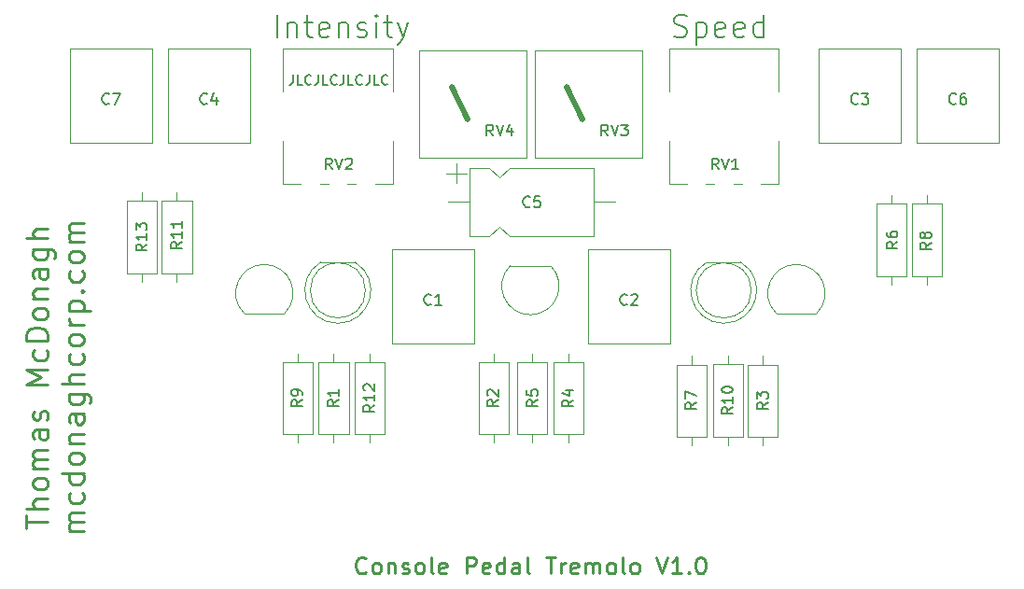
<source format=gbr>
G04 #@! TF.GenerationSoftware,KiCad,Pcbnew,(5.1.7)-1*
G04 #@! TF.CreationDate,2021-02-09T20:34:42-06:00*
G04 #@! TF.ProjectId,ConsolePedalTremolo,436f6e73-6f6c-4655-9065-64616c547265,rev?*
G04 #@! TF.SameCoordinates,Original*
G04 #@! TF.FileFunction,Legend,Top*
G04 #@! TF.FilePolarity,Positive*
%FSLAX46Y46*%
G04 Gerber Fmt 4.6, Leading zero omitted, Abs format (unit mm)*
G04 Created by KiCad (PCBNEW (5.1.7)-1) date 2021-02-09 20:34:42*
%MOMM*%
%LPD*%
G01*
G04 APERTURE LIST*
%ADD10C,0.500000*%
%ADD11C,0.150000*%
%ADD12C,0.250000*%
%ADD13C,0.120000*%
G04 APERTURE END LIST*
D10*
X136017000Y-77851000D02*
X137414000Y-80772000D01*
X125603000Y-77851000D02*
X127000000Y-80772000D01*
D11*
X111158857Y-76723142D02*
X111158857Y-77366000D01*
X111116000Y-77494571D01*
X111030285Y-77580285D01*
X110901714Y-77623142D01*
X110816000Y-77623142D01*
X112016000Y-77623142D02*
X111587428Y-77623142D01*
X111587428Y-76723142D01*
X112830285Y-77537428D02*
X112787428Y-77580285D01*
X112658857Y-77623142D01*
X112573142Y-77623142D01*
X112444571Y-77580285D01*
X112358857Y-77494571D01*
X112316000Y-77408857D01*
X112273142Y-77237428D01*
X112273142Y-77108857D01*
X112316000Y-76937428D01*
X112358857Y-76851714D01*
X112444571Y-76766000D01*
X112573142Y-76723142D01*
X112658857Y-76723142D01*
X112787428Y-76766000D01*
X112830285Y-76808857D01*
X113473142Y-76723142D02*
X113473142Y-77366000D01*
X113430285Y-77494571D01*
X113344571Y-77580285D01*
X113216000Y-77623142D01*
X113130285Y-77623142D01*
X114330285Y-77623142D02*
X113901714Y-77623142D01*
X113901714Y-76723142D01*
X115144571Y-77537428D02*
X115101714Y-77580285D01*
X114973142Y-77623142D01*
X114887428Y-77623142D01*
X114758857Y-77580285D01*
X114673142Y-77494571D01*
X114630285Y-77408857D01*
X114587428Y-77237428D01*
X114587428Y-77108857D01*
X114630285Y-76937428D01*
X114673142Y-76851714D01*
X114758857Y-76766000D01*
X114887428Y-76723142D01*
X114973142Y-76723142D01*
X115101714Y-76766000D01*
X115144571Y-76808857D01*
X115787428Y-76723142D02*
X115787428Y-77366000D01*
X115744571Y-77494571D01*
X115658857Y-77580285D01*
X115530285Y-77623142D01*
X115444571Y-77623142D01*
X116644571Y-77623142D02*
X116216000Y-77623142D01*
X116216000Y-76723142D01*
X117458857Y-77537428D02*
X117416000Y-77580285D01*
X117287428Y-77623142D01*
X117201714Y-77623142D01*
X117073142Y-77580285D01*
X116987428Y-77494571D01*
X116944571Y-77408857D01*
X116901714Y-77237428D01*
X116901714Y-77108857D01*
X116944571Y-76937428D01*
X116987428Y-76851714D01*
X117073142Y-76766000D01*
X117201714Y-76723142D01*
X117287428Y-76723142D01*
X117416000Y-76766000D01*
X117458857Y-76808857D01*
X118101714Y-76723142D02*
X118101714Y-77366000D01*
X118058857Y-77494571D01*
X117973142Y-77580285D01*
X117844571Y-77623142D01*
X117758857Y-77623142D01*
X118958857Y-77623142D02*
X118530285Y-77623142D01*
X118530285Y-76723142D01*
X119773142Y-77537428D02*
X119730285Y-77580285D01*
X119601714Y-77623142D01*
X119516000Y-77623142D01*
X119387428Y-77580285D01*
X119301714Y-77494571D01*
X119258857Y-77408857D01*
X119216000Y-77237428D01*
X119216000Y-77108857D01*
X119258857Y-76937428D01*
X119301714Y-76851714D01*
X119387428Y-76766000D01*
X119516000Y-76723142D01*
X119601714Y-76723142D01*
X119730285Y-76766000D01*
X119773142Y-76808857D01*
X145764761Y-73199523D02*
X146050476Y-73294761D01*
X146526666Y-73294761D01*
X146717142Y-73199523D01*
X146812380Y-73104285D01*
X146907619Y-72913809D01*
X146907619Y-72723333D01*
X146812380Y-72532857D01*
X146717142Y-72437619D01*
X146526666Y-72342380D01*
X146145714Y-72247142D01*
X145955238Y-72151904D01*
X145860000Y-72056666D01*
X145764761Y-71866190D01*
X145764761Y-71675714D01*
X145860000Y-71485238D01*
X145955238Y-71390000D01*
X146145714Y-71294761D01*
X146621904Y-71294761D01*
X146907619Y-71390000D01*
X147764761Y-71961428D02*
X147764761Y-73961428D01*
X147764761Y-72056666D02*
X147955238Y-71961428D01*
X148336190Y-71961428D01*
X148526666Y-72056666D01*
X148621904Y-72151904D01*
X148717142Y-72342380D01*
X148717142Y-72913809D01*
X148621904Y-73104285D01*
X148526666Y-73199523D01*
X148336190Y-73294761D01*
X147955238Y-73294761D01*
X147764761Y-73199523D01*
X150336190Y-73199523D02*
X150145714Y-73294761D01*
X149764761Y-73294761D01*
X149574285Y-73199523D01*
X149479047Y-73009047D01*
X149479047Y-72247142D01*
X149574285Y-72056666D01*
X149764761Y-71961428D01*
X150145714Y-71961428D01*
X150336190Y-72056666D01*
X150431428Y-72247142D01*
X150431428Y-72437619D01*
X149479047Y-72628095D01*
X152050476Y-73199523D02*
X151860000Y-73294761D01*
X151479047Y-73294761D01*
X151288571Y-73199523D01*
X151193333Y-73009047D01*
X151193333Y-72247142D01*
X151288571Y-72056666D01*
X151479047Y-71961428D01*
X151860000Y-71961428D01*
X152050476Y-72056666D01*
X152145714Y-72247142D01*
X152145714Y-72437619D01*
X151193333Y-72628095D01*
X153860000Y-73294761D02*
X153860000Y-71294761D01*
X153860000Y-73199523D02*
X153669523Y-73294761D01*
X153288571Y-73294761D01*
X153098095Y-73199523D01*
X153002857Y-73104285D01*
X152907619Y-72913809D01*
X152907619Y-72342380D01*
X153002857Y-72151904D01*
X153098095Y-72056666D01*
X153288571Y-71961428D01*
X153669523Y-71961428D01*
X153860000Y-72056666D01*
X109712857Y-73294761D02*
X109712857Y-71294761D01*
X110665238Y-71961428D02*
X110665238Y-73294761D01*
X110665238Y-72151904D02*
X110760476Y-72056666D01*
X110950952Y-71961428D01*
X111236666Y-71961428D01*
X111427142Y-72056666D01*
X111522380Y-72247142D01*
X111522380Y-73294761D01*
X112189047Y-71961428D02*
X112950952Y-71961428D01*
X112474761Y-71294761D02*
X112474761Y-73009047D01*
X112570000Y-73199523D01*
X112760476Y-73294761D01*
X112950952Y-73294761D01*
X114379523Y-73199523D02*
X114189047Y-73294761D01*
X113808095Y-73294761D01*
X113617619Y-73199523D01*
X113522380Y-73009047D01*
X113522380Y-72247142D01*
X113617619Y-72056666D01*
X113808095Y-71961428D01*
X114189047Y-71961428D01*
X114379523Y-72056666D01*
X114474761Y-72247142D01*
X114474761Y-72437619D01*
X113522380Y-72628095D01*
X115331904Y-71961428D02*
X115331904Y-73294761D01*
X115331904Y-72151904D02*
X115427142Y-72056666D01*
X115617619Y-71961428D01*
X115903333Y-71961428D01*
X116093809Y-72056666D01*
X116189047Y-72247142D01*
X116189047Y-73294761D01*
X117046190Y-73199523D02*
X117236666Y-73294761D01*
X117617619Y-73294761D01*
X117808095Y-73199523D01*
X117903333Y-73009047D01*
X117903333Y-72913809D01*
X117808095Y-72723333D01*
X117617619Y-72628095D01*
X117331904Y-72628095D01*
X117141428Y-72532857D01*
X117046190Y-72342380D01*
X117046190Y-72247142D01*
X117141428Y-72056666D01*
X117331904Y-71961428D01*
X117617619Y-71961428D01*
X117808095Y-72056666D01*
X118760476Y-73294761D02*
X118760476Y-71961428D01*
X118760476Y-71294761D02*
X118665238Y-71390000D01*
X118760476Y-71485238D01*
X118855714Y-71390000D01*
X118760476Y-71294761D01*
X118760476Y-71485238D01*
X119427142Y-71961428D02*
X120189047Y-71961428D01*
X119712857Y-71294761D02*
X119712857Y-73009047D01*
X119808095Y-73199523D01*
X119998571Y-73294761D01*
X120189047Y-73294761D01*
X120665238Y-71961428D02*
X121141428Y-73294761D01*
X121617619Y-71961428D02*
X121141428Y-73294761D01*
X120950952Y-73770952D01*
X120855714Y-73866190D01*
X120665238Y-73961428D01*
D12*
X117786428Y-121820714D02*
X117715000Y-121892142D01*
X117500714Y-121963571D01*
X117357857Y-121963571D01*
X117143571Y-121892142D01*
X117000714Y-121749285D01*
X116929285Y-121606428D01*
X116857857Y-121320714D01*
X116857857Y-121106428D01*
X116929285Y-120820714D01*
X117000714Y-120677857D01*
X117143571Y-120535000D01*
X117357857Y-120463571D01*
X117500714Y-120463571D01*
X117715000Y-120535000D01*
X117786428Y-120606428D01*
X118643571Y-121963571D02*
X118500714Y-121892142D01*
X118429285Y-121820714D01*
X118357857Y-121677857D01*
X118357857Y-121249285D01*
X118429285Y-121106428D01*
X118500714Y-121035000D01*
X118643571Y-120963571D01*
X118857857Y-120963571D01*
X119000714Y-121035000D01*
X119072142Y-121106428D01*
X119143571Y-121249285D01*
X119143571Y-121677857D01*
X119072142Y-121820714D01*
X119000714Y-121892142D01*
X118857857Y-121963571D01*
X118643571Y-121963571D01*
X119786428Y-120963571D02*
X119786428Y-121963571D01*
X119786428Y-121106428D02*
X119857857Y-121035000D01*
X120000714Y-120963571D01*
X120215000Y-120963571D01*
X120357857Y-121035000D01*
X120429285Y-121177857D01*
X120429285Y-121963571D01*
X121072142Y-121892142D02*
X121215000Y-121963571D01*
X121500714Y-121963571D01*
X121643571Y-121892142D01*
X121715000Y-121749285D01*
X121715000Y-121677857D01*
X121643571Y-121535000D01*
X121500714Y-121463571D01*
X121286428Y-121463571D01*
X121143571Y-121392142D01*
X121072142Y-121249285D01*
X121072142Y-121177857D01*
X121143571Y-121035000D01*
X121286428Y-120963571D01*
X121500714Y-120963571D01*
X121643571Y-121035000D01*
X122572142Y-121963571D02*
X122429285Y-121892142D01*
X122357857Y-121820714D01*
X122286428Y-121677857D01*
X122286428Y-121249285D01*
X122357857Y-121106428D01*
X122429285Y-121035000D01*
X122572142Y-120963571D01*
X122786428Y-120963571D01*
X122929285Y-121035000D01*
X123000714Y-121106428D01*
X123072142Y-121249285D01*
X123072142Y-121677857D01*
X123000714Y-121820714D01*
X122929285Y-121892142D01*
X122786428Y-121963571D01*
X122572142Y-121963571D01*
X123929285Y-121963571D02*
X123786428Y-121892142D01*
X123715000Y-121749285D01*
X123715000Y-120463571D01*
X125072142Y-121892142D02*
X124929285Y-121963571D01*
X124643571Y-121963571D01*
X124500714Y-121892142D01*
X124429285Y-121749285D01*
X124429285Y-121177857D01*
X124500714Y-121035000D01*
X124643571Y-120963571D01*
X124929285Y-120963571D01*
X125072142Y-121035000D01*
X125143571Y-121177857D01*
X125143571Y-121320714D01*
X124429285Y-121463571D01*
X126929285Y-121963571D02*
X126929285Y-120463571D01*
X127500714Y-120463571D01*
X127643571Y-120535000D01*
X127715000Y-120606428D01*
X127786428Y-120749285D01*
X127786428Y-120963571D01*
X127715000Y-121106428D01*
X127643571Y-121177857D01*
X127500714Y-121249285D01*
X126929285Y-121249285D01*
X129000714Y-121892142D02*
X128857857Y-121963571D01*
X128572142Y-121963571D01*
X128429285Y-121892142D01*
X128357857Y-121749285D01*
X128357857Y-121177857D01*
X128429285Y-121035000D01*
X128572142Y-120963571D01*
X128857857Y-120963571D01*
X129000714Y-121035000D01*
X129072142Y-121177857D01*
X129072142Y-121320714D01*
X128357857Y-121463571D01*
X130357857Y-121963571D02*
X130357857Y-120463571D01*
X130357857Y-121892142D02*
X130215000Y-121963571D01*
X129929285Y-121963571D01*
X129786428Y-121892142D01*
X129715000Y-121820714D01*
X129643571Y-121677857D01*
X129643571Y-121249285D01*
X129715000Y-121106428D01*
X129786428Y-121035000D01*
X129929285Y-120963571D01*
X130215000Y-120963571D01*
X130357857Y-121035000D01*
X131715000Y-121963571D02*
X131715000Y-121177857D01*
X131643571Y-121035000D01*
X131500714Y-120963571D01*
X131215000Y-120963571D01*
X131072142Y-121035000D01*
X131715000Y-121892142D02*
X131572142Y-121963571D01*
X131215000Y-121963571D01*
X131072142Y-121892142D01*
X131000714Y-121749285D01*
X131000714Y-121606428D01*
X131072142Y-121463571D01*
X131215000Y-121392142D01*
X131572142Y-121392142D01*
X131715000Y-121320714D01*
X132643571Y-121963571D02*
X132500714Y-121892142D01*
X132429285Y-121749285D01*
X132429285Y-120463571D01*
X134143571Y-120463571D02*
X135000714Y-120463571D01*
X134572142Y-121963571D02*
X134572142Y-120463571D01*
X135500714Y-121963571D02*
X135500714Y-120963571D01*
X135500714Y-121249285D02*
X135572142Y-121106428D01*
X135643571Y-121035000D01*
X135786428Y-120963571D01*
X135929285Y-120963571D01*
X137000714Y-121892142D02*
X136857857Y-121963571D01*
X136572142Y-121963571D01*
X136429285Y-121892142D01*
X136357857Y-121749285D01*
X136357857Y-121177857D01*
X136429285Y-121035000D01*
X136572142Y-120963571D01*
X136857857Y-120963571D01*
X137000714Y-121035000D01*
X137072142Y-121177857D01*
X137072142Y-121320714D01*
X136357857Y-121463571D01*
X137715000Y-121963571D02*
X137715000Y-120963571D01*
X137715000Y-121106428D02*
X137786428Y-121035000D01*
X137929285Y-120963571D01*
X138143571Y-120963571D01*
X138286428Y-121035000D01*
X138357857Y-121177857D01*
X138357857Y-121963571D01*
X138357857Y-121177857D02*
X138429285Y-121035000D01*
X138572142Y-120963571D01*
X138786428Y-120963571D01*
X138929285Y-121035000D01*
X139000714Y-121177857D01*
X139000714Y-121963571D01*
X139929285Y-121963571D02*
X139786428Y-121892142D01*
X139715000Y-121820714D01*
X139643571Y-121677857D01*
X139643571Y-121249285D01*
X139715000Y-121106428D01*
X139786428Y-121035000D01*
X139929285Y-120963571D01*
X140143571Y-120963571D01*
X140286428Y-121035000D01*
X140357857Y-121106428D01*
X140429285Y-121249285D01*
X140429285Y-121677857D01*
X140357857Y-121820714D01*
X140286428Y-121892142D01*
X140143571Y-121963571D01*
X139929285Y-121963571D01*
X141286428Y-121963571D02*
X141143571Y-121892142D01*
X141072142Y-121749285D01*
X141072142Y-120463571D01*
X142072142Y-121963571D02*
X141929285Y-121892142D01*
X141857857Y-121820714D01*
X141786428Y-121677857D01*
X141786428Y-121249285D01*
X141857857Y-121106428D01*
X141929285Y-121035000D01*
X142072142Y-120963571D01*
X142286428Y-120963571D01*
X142429285Y-121035000D01*
X142500714Y-121106428D01*
X142572142Y-121249285D01*
X142572142Y-121677857D01*
X142500714Y-121820714D01*
X142429285Y-121892142D01*
X142286428Y-121963571D01*
X142072142Y-121963571D01*
X144143571Y-120463571D02*
X144643571Y-121963571D01*
X145143571Y-120463571D01*
X146429285Y-121963571D02*
X145572142Y-121963571D01*
X146000714Y-121963571D02*
X146000714Y-120463571D01*
X145857857Y-120677857D01*
X145715000Y-120820714D01*
X145572142Y-120892142D01*
X147072142Y-121820714D02*
X147143571Y-121892142D01*
X147072142Y-121963571D01*
X147000714Y-121892142D01*
X147072142Y-121820714D01*
X147072142Y-121963571D01*
X148072142Y-120463571D02*
X148215000Y-120463571D01*
X148357857Y-120535000D01*
X148429285Y-120606428D01*
X148500714Y-120749285D01*
X148572142Y-121035000D01*
X148572142Y-121392142D01*
X148500714Y-121677857D01*
X148429285Y-121820714D01*
X148357857Y-121892142D01*
X148215000Y-121963571D01*
X148072142Y-121963571D01*
X147929285Y-121892142D01*
X147857857Y-121820714D01*
X147786428Y-121677857D01*
X147715000Y-121392142D01*
X147715000Y-121035000D01*
X147786428Y-120749285D01*
X147857857Y-120606428D01*
X147929285Y-120535000D01*
X148072142Y-120463571D01*
X86941761Y-117854285D02*
X86941761Y-116711428D01*
X88941761Y-117282857D02*
X86941761Y-117282857D01*
X88941761Y-116044761D02*
X86941761Y-116044761D01*
X88941761Y-115187619D02*
X87894142Y-115187619D01*
X87703666Y-115282857D01*
X87608428Y-115473333D01*
X87608428Y-115759047D01*
X87703666Y-115949523D01*
X87798904Y-116044761D01*
X88941761Y-113949523D02*
X88846523Y-114140000D01*
X88751285Y-114235238D01*
X88560809Y-114330476D01*
X87989380Y-114330476D01*
X87798904Y-114235238D01*
X87703666Y-114140000D01*
X87608428Y-113949523D01*
X87608428Y-113663809D01*
X87703666Y-113473333D01*
X87798904Y-113378095D01*
X87989380Y-113282857D01*
X88560809Y-113282857D01*
X88751285Y-113378095D01*
X88846523Y-113473333D01*
X88941761Y-113663809D01*
X88941761Y-113949523D01*
X88941761Y-112425714D02*
X87608428Y-112425714D01*
X87798904Y-112425714D02*
X87703666Y-112330476D01*
X87608428Y-112140000D01*
X87608428Y-111854285D01*
X87703666Y-111663809D01*
X87894142Y-111568571D01*
X88941761Y-111568571D01*
X87894142Y-111568571D02*
X87703666Y-111473333D01*
X87608428Y-111282857D01*
X87608428Y-110997142D01*
X87703666Y-110806666D01*
X87894142Y-110711428D01*
X88941761Y-110711428D01*
X88941761Y-108901904D02*
X87894142Y-108901904D01*
X87703666Y-108997142D01*
X87608428Y-109187619D01*
X87608428Y-109568571D01*
X87703666Y-109759047D01*
X88846523Y-108901904D02*
X88941761Y-109092380D01*
X88941761Y-109568571D01*
X88846523Y-109759047D01*
X88656047Y-109854285D01*
X88465571Y-109854285D01*
X88275095Y-109759047D01*
X88179857Y-109568571D01*
X88179857Y-109092380D01*
X88084619Y-108901904D01*
X88846523Y-108044761D02*
X88941761Y-107854285D01*
X88941761Y-107473333D01*
X88846523Y-107282857D01*
X88656047Y-107187619D01*
X88560809Y-107187619D01*
X88370333Y-107282857D01*
X88275095Y-107473333D01*
X88275095Y-107759047D01*
X88179857Y-107949523D01*
X87989380Y-108044761D01*
X87894142Y-108044761D01*
X87703666Y-107949523D01*
X87608428Y-107759047D01*
X87608428Y-107473333D01*
X87703666Y-107282857D01*
X88941761Y-104806666D02*
X86941761Y-104806666D01*
X88370333Y-104140000D01*
X86941761Y-103473333D01*
X88941761Y-103473333D01*
X88846523Y-101663809D02*
X88941761Y-101854285D01*
X88941761Y-102235238D01*
X88846523Y-102425714D01*
X88751285Y-102520952D01*
X88560809Y-102616190D01*
X87989380Y-102616190D01*
X87798904Y-102520952D01*
X87703666Y-102425714D01*
X87608428Y-102235238D01*
X87608428Y-101854285D01*
X87703666Y-101663809D01*
X88941761Y-100806666D02*
X86941761Y-100806666D01*
X86941761Y-100330476D01*
X87037000Y-100044761D01*
X87227476Y-99854285D01*
X87417952Y-99759047D01*
X87798904Y-99663809D01*
X88084619Y-99663809D01*
X88465571Y-99759047D01*
X88656047Y-99854285D01*
X88846523Y-100044761D01*
X88941761Y-100330476D01*
X88941761Y-100806666D01*
X88941761Y-98520952D02*
X88846523Y-98711428D01*
X88751285Y-98806666D01*
X88560809Y-98901904D01*
X87989380Y-98901904D01*
X87798904Y-98806666D01*
X87703666Y-98711428D01*
X87608428Y-98520952D01*
X87608428Y-98235238D01*
X87703666Y-98044761D01*
X87798904Y-97949523D01*
X87989380Y-97854285D01*
X88560809Y-97854285D01*
X88751285Y-97949523D01*
X88846523Y-98044761D01*
X88941761Y-98235238D01*
X88941761Y-98520952D01*
X87608428Y-96997142D02*
X88941761Y-96997142D01*
X87798904Y-96997142D02*
X87703666Y-96901904D01*
X87608428Y-96711428D01*
X87608428Y-96425714D01*
X87703666Y-96235238D01*
X87894142Y-96140000D01*
X88941761Y-96140000D01*
X88941761Y-94330476D02*
X87894142Y-94330476D01*
X87703666Y-94425714D01*
X87608428Y-94616190D01*
X87608428Y-94997142D01*
X87703666Y-95187619D01*
X88846523Y-94330476D02*
X88941761Y-94520952D01*
X88941761Y-94997142D01*
X88846523Y-95187619D01*
X88656047Y-95282857D01*
X88465571Y-95282857D01*
X88275095Y-95187619D01*
X88179857Y-94997142D01*
X88179857Y-94520952D01*
X88084619Y-94330476D01*
X87608428Y-92520952D02*
X89227476Y-92520952D01*
X89417952Y-92616190D01*
X89513190Y-92711428D01*
X89608428Y-92901904D01*
X89608428Y-93187619D01*
X89513190Y-93378095D01*
X88846523Y-92520952D02*
X88941761Y-92711428D01*
X88941761Y-93092380D01*
X88846523Y-93282857D01*
X88751285Y-93378095D01*
X88560809Y-93473333D01*
X87989380Y-93473333D01*
X87798904Y-93378095D01*
X87703666Y-93282857D01*
X87608428Y-93092380D01*
X87608428Y-92711428D01*
X87703666Y-92520952D01*
X88941761Y-91568571D02*
X86941761Y-91568571D01*
X88941761Y-90711428D02*
X87894142Y-90711428D01*
X87703666Y-90806666D01*
X87608428Y-90997142D01*
X87608428Y-91282857D01*
X87703666Y-91473333D01*
X87798904Y-91568571D01*
X92191761Y-118140000D02*
X90858428Y-118140000D01*
X91048904Y-118140000D02*
X90953666Y-118044761D01*
X90858428Y-117854285D01*
X90858428Y-117568571D01*
X90953666Y-117378095D01*
X91144142Y-117282857D01*
X92191761Y-117282857D01*
X91144142Y-117282857D02*
X90953666Y-117187619D01*
X90858428Y-116997142D01*
X90858428Y-116711428D01*
X90953666Y-116520952D01*
X91144142Y-116425714D01*
X92191761Y-116425714D01*
X92096523Y-114616190D02*
X92191761Y-114806666D01*
X92191761Y-115187619D01*
X92096523Y-115378095D01*
X92001285Y-115473333D01*
X91810809Y-115568571D01*
X91239380Y-115568571D01*
X91048904Y-115473333D01*
X90953666Y-115378095D01*
X90858428Y-115187619D01*
X90858428Y-114806666D01*
X90953666Y-114616190D01*
X92191761Y-112901904D02*
X90191761Y-112901904D01*
X92096523Y-112901904D02*
X92191761Y-113092380D01*
X92191761Y-113473333D01*
X92096523Y-113663809D01*
X92001285Y-113759047D01*
X91810809Y-113854285D01*
X91239380Y-113854285D01*
X91048904Y-113759047D01*
X90953666Y-113663809D01*
X90858428Y-113473333D01*
X90858428Y-113092380D01*
X90953666Y-112901904D01*
X92191761Y-111663809D02*
X92096523Y-111854285D01*
X92001285Y-111949523D01*
X91810809Y-112044761D01*
X91239380Y-112044761D01*
X91048904Y-111949523D01*
X90953666Y-111854285D01*
X90858428Y-111663809D01*
X90858428Y-111378095D01*
X90953666Y-111187619D01*
X91048904Y-111092380D01*
X91239380Y-110997142D01*
X91810809Y-110997142D01*
X92001285Y-111092380D01*
X92096523Y-111187619D01*
X92191761Y-111378095D01*
X92191761Y-111663809D01*
X90858428Y-110140000D02*
X92191761Y-110140000D01*
X91048904Y-110140000D02*
X90953666Y-110044761D01*
X90858428Y-109854285D01*
X90858428Y-109568571D01*
X90953666Y-109378095D01*
X91144142Y-109282857D01*
X92191761Y-109282857D01*
X92191761Y-107473333D02*
X91144142Y-107473333D01*
X90953666Y-107568571D01*
X90858428Y-107759047D01*
X90858428Y-108140000D01*
X90953666Y-108330476D01*
X92096523Y-107473333D02*
X92191761Y-107663809D01*
X92191761Y-108140000D01*
X92096523Y-108330476D01*
X91906047Y-108425714D01*
X91715571Y-108425714D01*
X91525095Y-108330476D01*
X91429857Y-108140000D01*
X91429857Y-107663809D01*
X91334619Y-107473333D01*
X90858428Y-105663809D02*
X92477476Y-105663809D01*
X92667952Y-105759047D01*
X92763190Y-105854285D01*
X92858428Y-106044761D01*
X92858428Y-106330476D01*
X92763190Y-106520952D01*
X92096523Y-105663809D02*
X92191761Y-105854285D01*
X92191761Y-106235238D01*
X92096523Y-106425714D01*
X92001285Y-106520952D01*
X91810809Y-106616190D01*
X91239380Y-106616190D01*
X91048904Y-106520952D01*
X90953666Y-106425714D01*
X90858428Y-106235238D01*
X90858428Y-105854285D01*
X90953666Y-105663809D01*
X92191761Y-104711428D02*
X90191761Y-104711428D01*
X92191761Y-103854285D02*
X91144142Y-103854285D01*
X90953666Y-103949523D01*
X90858428Y-104140000D01*
X90858428Y-104425714D01*
X90953666Y-104616190D01*
X91048904Y-104711428D01*
X92096523Y-102044761D02*
X92191761Y-102235238D01*
X92191761Y-102616190D01*
X92096523Y-102806666D01*
X92001285Y-102901904D01*
X91810809Y-102997142D01*
X91239380Y-102997142D01*
X91048904Y-102901904D01*
X90953666Y-102806666D01*
X90858428Y-102616190D01*
X90858428Y-102235238D01*
X90953666Y-102044761D01*
X92191761Y-100901904D02*
X92096523Y-101092380D01*
X92001285Y-101187619D01*
X91810809Y-101282857D01*
X91239380Y-101282857D01*
X91048904Y-101187619D01*
X90953666Y-101092380D01*
X90858428Y-100901904D01*
X90858428Y-100616190D01*
X90953666Y-100425714D01*
X91048904Y-100330476D01*
X91239380Y-100235238D01*
X91810809Y-100235238D01*
X92001285Y-100330476D01*
X92096523Y-100425714D01*
X92191761Y-100616190D01*
X92191761Y-100901904D01*
X92191761Y-99378095D02*
X90858428Y-99378095D01*
X91239380Y-99378095D02*
X91048904Y-99282857D01*
X90953666Y-99187619D01*
X90858428Y-98997142D01*
X90858428Y-98806666D01*
X90858428Y-98140000D02*
X92858428Y-98140000D01*
X90953666Y-98140000D02*
X90858428Y-97949523D01*
X90858428Y-97568571D01*
X90953666Y-97378095D01*
X91048904Y-97282857D01*
X91239380Y-97187619D01*
X91810809Y-97187619D01*
X92001285Y-97282857D01*
X92096523Y-97378095D01*
X92191761Y-97568571D01*
X92191761Y-97949523D01*
X92096523Y-98140000D01*
X92001285Y-96330476D02*
X92096523Y-96235238D01*
X92191761Y-96330476D01*
X92096523Y-96425714D01*
X92001285Y-96330476D01*
X92191761Y-96330476D01*
X92096523Y-94520952D02*
X92191761Y-94711428D01*
X92191761Y-95092380D01*
X92096523Y-95282857D01*
X92001285Y-95378095D01*
X91810809Y-95473333D01*
X91239380Y-95473333D01*
X91048904Y-95378095D01*
X90953666Y-95282857D01*
X90858428Y-95092380D01*
X90858428Y-94711428D01*
X90953666Y-94520952D01*
X92191761Y-93378095D02*
X92096523Y-93568571D01*
X92001285Y-93663809D01*
X91810809Y-93759047D01*
X91239380Y-93759047D01*
X91048904Y-93663809D01*
X90953666Y-93568571D01*
X90858428Y-93378095D01*
X90858428Y-93092380D01*
X90953666Y-92901904D01*
X91048904Y-92806666D01*
X91239380Y-92711428D01*
X91810809Y-92711428D01*
X92001285Y-92806666D01*
X92096523Y-92901904D01*
X92191761Y-93092380D01*
X92191761Y-93378095D01*
X92191761Y-91854285D02*
X90858428Y-91854285D01*
X91048904Y-91854285D02*
X90953666Y-91759047D01*
X90858428Y-91568571D01*
X90858428Y-91282857D01*
X90953666Y-91092380D01*
X91144142Y-90997142D01*
X92191761Y-90997142D01*
X91144142Y-90997142D02*
X90953666Y-90901904D01*
X90858428Y-90711428D01*
X90858428Y-90425714D01*
X90953666Y-90235238D01*
X91144142Y-90140000D01*
X92191761Y-90140000D01*
D13*
G04 #@! TO.C,D1*
X117750000Y-96270000D02*
G75*
G03*
X117750000Y-96270000I-2500000J0D01*
G01*
X116795000Y-93710000D02*
X113705000Y-93710000D01*
X115249538Y-99260000D02*
G75*
G03*
X116794830Y-93710000I462J2990000D01*
G01*
X115250462Y-99260000D02*
G75*
G02*
X113705170Y-93710000I-462J2990000D01*
G01*
G04 #@! TO.C,D2*
X151795000Y-93710000D02*
X148705000Y-93710000D01*
X152750000Y-96270000D02*
G75*
G03*
X152750000Y-96270000I-2500000J0D01*
G01*
X150250462Y-99260000D02*
G75*
G02*
X148705170Y-93710000I-462J2990000D01*
G01*
X150249538Y-99260000D02*
G75*
G03*
X151794830Y-93710000I462J2990000D01*
G01*
G04 #@! TO.C,R3*
X152427000Y-109543600D02*
X155167000Y-109543600D01*
X155167000Y-109543600D02*
X155167000Y-103003600D01*
X155167000Y-103003600D02*
X152427000Y-103003600D01*
X152427000Y-103003600D02*
X152427000Y-109543600D01*
X153797000Y-110313600D02*
X153797000Y-109543600D01*
X153797000Y-102233600D02*
X153797000Y-103003600D01*
G04 #@! TO.C,C5*
X125105000Y-85665000D02*
X126905000Y-85665000D01*
X126005000Y-84765000D02*
X126005000Y-86565000D01*
X127205000Y-85145000D02*
X127205000Y-91385000D01*
X138445000Y-85145000D02*
X138445000Y-91385000D01*
X127205000Y-85145000D02*
X129005000Y-85145000D01*
X129005000Y-85145000D02*
X129905000Y-86045000D01*
X129905000Y-86045000D02*
X130805000Y-85145000D01*
X130805000Y-85145000D02*
X138445000Y-85145000D01*
X127205000Y-91385000D02*
X129005000Y-91385000D01*
X129005000Y-91385000D02*
X129905000Y-90485000D01*
X129905000Y-90485000D02*
X130805000Y-91385000D01*
X130805000Y-91385000D02*
X138445000Y-91385000D01*
X125265000Y-88265000D02*
X127205000Y-88265000D01*
X140385000Y-88265000D02*
X138445000Y-88265000D01*
G04 #@! TO.C,Q1*
X155045000Y-98370000D02*
X158645000Y-98370000D01*
X155006522Y-98358478D02*
G75*
G02*
X156845000Y-93920000I1838478J1838478D01*
G01*
X158683478Y-98358478D02*
G75*
G03*
X156845000Y-93920000I-1838478J1838478D01*
G01*
G04 #@! TO.C,Q2*
X134515000Y-94035000D02*
X130915000Y-94035000D01*
X134553478Y-94046522D02*
G75*
G02*
X132715000Y-98485000I-1838478J-1838478D01*
G01*
X130876522Y-94046522D02*
G75*
G03*
X132715000Y-98485000I1838478J-1838478D01*
G01*
G04 #@! TO.C,Q3*
X106785000Y-98370000D02*
X110385000Y-98370000D01*
X110423478Y-98358478D02*
G75*
G03*
X108585000Y-93920000I-1838478J1838478D01*
G01*
X106746522Y-98358478D02*
G75*
G02*
X108585000Y-93920000I1838478J1838478D01*
G01*
G04 #@! TO.C,R1*
X114871500Y-102005000D02*
X114871500Y-102775000D01*
X114871500Y-110085000D02*
X114871500Y-109315000D01*
X113501500Y-102775000D02*
X113501500Y-109315000D01*
X116241500Y-102775000D02*
X113501500Y-102775000D01*
X116241500Y-109315000D02*
X116241500Y-102775000D01*
X113501500Y-109315000D02*
X116241500Y-109315000D01*
G04 #@! TO.C,R2*
X129413000Y-102005000D02*
X129413000Y-102775000D01*
X129413000Y-110085000D02*
X129413000Y-109315000D01*
X128043000Y-102775000D02*
X128043000Y-109315000D01*
X130783000Y-102775000D02*
X128043000Y-102775000D01*
X130783000Y-109315000D02*
X130783000Y-102775000D01*
X128043000Y-109315000D02*
X130783000Y-109315000D01*
G04 #@! TO.C,R4*
X134774000Y-109315000D02*
X137514000Y-109315000D01*
X137514000Y-109315000D02*
X137514000Y-102775000D01*
X137514000Y-102775000D02*
X134774000Y-102775000D01*
X134774000Y-102775000D02*
X134774000Y-109315000D01*
X136144000Y-110085000D02*
X136144000Y-109315000D01*
X136144000Y-102005000D02*
X136144000Y-102775000D01*
G04 #@! TO.C,R5*
X132842000Y-110085000D02*
X132842000Y-109315000D01*
X132842000Y-102005000D02*
X132842000Y-102775000D01*
X134212000Y-109315000D02*
X134212000Y-102775000D01*
X131472000Y-109315000D02*
X134212000Y-109315000D01*
X131472000Y-102775000D02*
X131472000Y-109315000D01*
X134212000Y-102775000D02*
X131472000Y-102775000D01*
G04 #@! TO.C,R6*
X166851000Y-88424000D02*
X164111000Y-88424000D01*
X164111000Y-88424000D02*
X164111000Y-94964000D01*
X164111000Y-94964000D02*
X166851000Y-94964000D01*
X166851000Y-94964000D02*
X166851000Y-88424000D01*
X165481000Y-87654000D02*
X165481000Y-88424000D01*
X165481000Y-95734000D02*
X165481000Y-94964000D01*
G04 #@! TO.C,R7*
X147320000Y-102230001D02*
X147320000Y-103000001D01*
X147320000Y-110310001D02*
X147320000Y-109540001D01*
X145950000Y-103000001D02*
X145950000Y-109540001D01*
X148690000Y-103000001D02*
X145950000Y-103000001D01*
X148690000Y-109540001D02*
X148690000Y-103000001D01*
X145950000Y-109540001D02*
X148690000Y-109540001D01*
G04 #@! TO.C,R8*
X170026000Y-88424000D02*
X167286000Y-88424000D01*
X167286000Y-88424000D02*
X167286000Y-94964000D01*
X167286000Y-94964000D02*
X170026000Y-94964000D01*
X170026000Y-94964000D02*
X170026000Y-88424000D01*
X168656000Y-87654000D02*
X168656000Y-88424000D01*
X168656000Y-95734000D02*
X168656000Y-94964000D01*
G04 #@! TO.C,R9*
X113003000Y-102775000D02*
X110263000Y-102775000D01*
X110263000Y-102775000D02*
X110263000Y-109315000D01*
X110263000Y-109315000D02*
X113003000Y-109315000D01*
X113003000Y-109315000D02*
X113003000Y-102775000D01*
X111633000Y-102005000D02*
X111633000Y-102775000D01*
X111633000Y-110085000D02*
X111633000Y-109315000D01*
G04 #@! TO.C,R10*
X149252000Y-109530900D02*
X151992000Y-109530900D01*
X151992000Y-109530900D02*
X151992000Y-102990900D01*
X151992000Y-102990900D02*
X149252000Y-102990900D01*
X149252000Y-102990900D02*
X149252000Y-109530900D01*
X150622000Y-110300900D02*
X150622000Y-109530900D01*
X150622000Y-102220900D02*
X150622000Y-102990900D01*
G04 #@! TO.C,R11*
X100647500Y-87400000D02*
X100647500Y-88170000D01*
X100647500Y-95480000D02*
X100647500Y-94710000D01*
X99277500Y-88170000D02*
X99277500Y-94710000D01*
X102017500Y-88170000D02*
X99277500Y-88170000D01*
X102017500Y-94710000D02*
X102017500Y-88170000D01*
X99277500Y-94710000D02*
X102017500Y-94710000D01*
G04 #@! TO.C,R12*
X118110000Y-102005000D02*
X118110000Y-102775000D01*
X118110000Y-110085000D02*
X118110000Y-109315000D01*
X116740000Y-102775000D02*
X116740000Y-109315000D01*
X119480000Y-102775000D02*
X116740000Y-102775000D01*
X119480000Y-109315000D02*
X119480000Y-102775000D01*
X116740000Y-109315000D02*
X119480000Y-109315000D01*
G04 #@! TO.C,R13*
X98842500Y-88170000D02*
X96102500Y-88170000D01*
X96102500Y-88170000D02*
X96102500Y-94710000D01*
X96102500Y-94710000D02*
X98842500Y-94710000D01*
X98842500Y-94710000D02*
X98842500Y-88170000D01*
X97472500Y-87400000D02*
X97472500Y-88170000D01*
X97472500Y-95480000D02*
X97472500Y-94710000D01*
G04 #@! TO.C,RV1*
X145280000Y-86620000D02*
X145280000Y-82755000D01*
X145280000Y-78245000D02*
X145280000Y-74380000D01*
X155220000Y-86620000D02*
X155220000Y-82755000D01*
X155220000Y-78245000D02*
X155220000Y-74380000D01*
X145280000Y-86620000D02*
X146879000Y-86620000D01*
X148621000Y-86620000D02*
X149380000Y-86620000D01*
X151121000Y-86620000D02*
X151880000Y-86620000D01*
X153620000Y-86620000D02*
X155220000Y-86620000D01*
X145280000Y-74380000D02*
X155220000Y-74380000D01*
G04 #@! TO.C,RV2*
X110280000Y-74380000D02*
X120220000Y-74380000D01*
X118620000Y-86620000D02*
X120220000Y-86620000D01*
X116121000Y-86620000D02*
X116880000Y-86620000D01*
X113621000Y-86620000D02*
X114380000Y-86620000D01*
X110280000Y-86620000D02*
X111879000Y-86620000D01*
X120220000Y-78245000D02*
X120220000Y-74380000D01*
X120220000Y-86620000D02*
X120220000Y-82755000D01*
X110280000Y-78245000D02*
X110280000Y-74380000D01*
X110280000Y-86620000D02*
X110280000Y-82755000D01*
G04 #@! TO.C,RV3*
X142890000Y-74478000D02*
X142890000Y-84248000D01*
X133120000Y-74478000D02*
X133120000Y-84248000D01*
X142890000Y-74478000D02*
X133120000Y-74478000D01*
X142890000Y-84248000D02*
X133120000Y-84248000D01*
G04 #@! TO.C,RV4*
X132390000Y-84248000D02*
X122620000Y-84248000D01*
X132390000Y-74478000D02*
X122620000Y-74478000D01*
X122620000Y-74478000D02*
X122620000Y-84248000D01*
X132390000Y-74478000D02*
X132390000Y-84248000D01*
G04 #@! TO.C,C1*
X127585000Y-101065000D02*
X120145000Y-101065000D01*
X127585000Y-92575000D02*
X120145000Y-92575000D01*
X127585000Y-101065000D02*
X127585000Y-92575000D01*
X120145000Y-101065000D02*
X120145000Y-92575000D01*
G04 #@! TO.C,C2*
X145365000Y-101065000D02*
X137925000Y-101065000D01*
X145365000Y-92575000D02*
X137925000Y-92575000D01*
X145365000Y-101065000D02*
X145365000Y-92575000D01*
X137925000Y-101065000D02*
X137925000Y-92575000D01*
G04 #@! TO.C,C3*
X158880000Y-82853200D02*
X158880000Y-74363200D01*
X166320000Y-82853200D02*
X166320000Y-74363200D01*
X166320000Y-74363200D02*
X158880000Y-74363200D01*
X166320000Y-82853200D02*
X158880000Y-82853200D01*
G04 #@! TO.C,C4*
X99825000Y-82853200D02*
X99825000Y-74363200D01*
X107265000Y-82853200D02*
X107265000Y-74363200D01*
X107265000Y-74363200D02*
X99825000Y-74363200D01*
X107265000Y-82853200D02*
X99825000Y-82853200D01*
G04 #@! TO.C,C6*
X175210000Y-82853200D02*
X167770000Y-82853200D01*
X175210000Y-74363200D02*
X167770000Y-74363200D01*
X175210000Y-82853200D02*
X175210000Y-74363200D01*
X167770000Y-82853200D02*
X167770000Y-74363200D01*
G04 #@! TO.C,C7*
X90935000Y-82853200D02*
X90935000Y-74363200D01*
X98375000Y-82853200D02*
X98375000Y-74363200D01*
X98375000Y-74363200D02*
X90935000Y-74363200D01*
X98375000Y-82853200D02*
X90935000Y-82853200D01*
G04 #@! TO.C,R3*
D11*
X154249380Y-106440266D02*
X153773190Y-106773600D01*
X154249380Y-107011695D02*
X153249380Y-107011695D01*
X153249380Y-106630742D01*
X153297000Y-106535504D01*
X153344619Y-106487885D01*
X153439857Y-106440266D01*
X153582714Y-106440266D01*
X153677952Y-106487885D01*
X153725571Y-106535504D01*
X153773190Y-106630742D01*
X153773190Y-107011695D01*
X153249380Y-106106933D02*
X153249380Y-105487885D01*
X153630333Y-105821219D01*
X153630333Y-105678361D01*
X153677952Y-105583123D01*
X153725571Y-105535504D01*
X153820809Y-105487885D01*
X154058904Y-105487885D01*
X154154142Y-105535504D01*
X154201761Y-105583123D01*
X154249380Y-105678361D01*
X154249380Y-105964076D01*
X154201761Y-106059314D01*
X154154142Y-106106933D01*
G04 #@! TO.C,C5*
X132677732Y-88643541D02*
X132630113Y-88691160D01*
X132487256Y-88738779D01*
X132392018Y-88738779D01*
X132249160Y-88691160D01*
X132153922Y-88595922D01*
X132106303Y-88500684D01*
X132058684Y-88310208D01*
X132058684Y-88167351D01*
X132106303Y-87976875D01*
X132153922Y-87881637D01*
X132249160Y-87786399D01*
X132392018Y-87738779D01*
X132487256Y-87738779D01*
X132630113Y-87786399D01*
X132677732Y-87834018D01*
X133582494Y-87738779D02*
X133106303Y-87738779D01*
X133058684Y-88214970D01*
X133106303Y-88167351D01*
X133201541Y-88119732D01*
X133439637Y-88119732D01*
X133534875Y-88167351D01*
X133582494Y-88214970D01*
X133630113Y-88310208D01*
X133630113Y-88548303D01*
X133582494Y-88643541D01*
X133534875Y-88691160D01*
X133439637Y-88738779D01*
X133201541Y-88738779D01*
X133106303Y-88691160D01*
X133058684Y-88643541D01*
G04 #@! TO.C,R1*
X115302079Y-106211666D02*
X114825889Y-106545000D01*
X115302079Y-106783095D02*
X114302079Y-106783095D01*
X114302079Y-106402142D01*
X114349699Y-106306904D01*
X114397318Y-106259285D01*
X114492556Y-106211666D01*
X114635413Y-106211666D01*
X114730651Y-106259285D01*
X114778270Y-106306904D01*
X114825889Y-106402142D01*
X114825889Y-106783095D01*
X115302079Y-105259285D02*
X115302079Y-105830714D01*
X115302079Y-105545000D02*
X114302079Y-105545000D01*
X114444937Y-105640238D01*
X114540175Y-105735476D01*
X114587794Y-105830714D01*
G04 #@! TO.C,R2*
X129781379Y-106211666D02*
X129305189Y-106545000D01*
X129781379Y-106783095D02*
X128781379Y-106783095D01*
X128781379Y-106402142D01*
X128828999Y-106306904D01*
X128876618Y-106259285D01*
X128971856Y-106211666D01*
X129114713Y-106211666D01*
X129209951Y-106259285D01*
X129257570Y-106306904D01*
X129305189Y-106402142D01*
X129305189Y-106783095D01*
X128876618Y-105830714D02*
X128828999Y-105783095D01*
X128781379Y-105687857D01*
X128781379Y-105449761D01*
X128828999Y-105354523D01*
X128876618Y-105306904D01*
X128971856Y-105259285D01*
X129067094Y-105259285D01*
X129209951Y-105306904D01*
X129781379Y-105878333D01*
X129781379Y-105259285D01*
G04 #@! TO.C,R4*
X136602579Y-106220267D02*
X136126389Y-106553601D01*
X136602579Y-106791696D02*
X135602579Y-106791696D01*
X135602579Y-106410743D01*
X135650199Y-106315505D01*
X135697818Y-106267886D01*
X135793056Y-106220267D01*
X135935913Y-106220267D01*
X136031151Y-106267886D01*
X136078770Y-106315505D01*
X136126389Y-106410743D01*
X136126389Y-106791696D01*
X135935913Y-105363124D02*
X136602579Y-105363124D01*
X135554960Y-105601220D02*
X136269246Y-105839315D01*
X136269246Y-105220267D01*
G04 #@! TO.C,R5*
X133378381Y-106211666D02*
X132902191Y-106545000D01*
X133378381Y-106783095D02*
X132378381Y-106783095D01*
X132378381Y-106402142D01*
X132426001Y-106306904D01*
X132473620Y-106259285D01*
X132568858Y-106211666D01*
X132711715Y-106211666D01*
X132806953Y-106259285D01*
X132854572Y-106306904D01*
X132902191Y-106402142D01*
X132902191Y-106783095D01*
X132378381Y-105306904D02*
X132378381Y-105783095D01*
X132854572Y-105830714D01*
X132806953Y-105783095D01*
X132759334Y-105687857D01*
X132759334Y-105449761D01*
X132806953Y-105354523D01*
X132854572Y-105306904D01*
X132949810Y-105259285D01*
X133187905Y-105259285D01*
X133283143Y-105306904D01*
X133330762Y-105354523D01*
X133378381Y-105449761D01*
X133378381Y-105687857D01*
X133330762Y-105783095D01*
X133283143Y-105830714D01*
G04 #@! TO.C,R6*
X166003381Y-91860666D02*
X165527191Y-92194000D01*
X166003381Y-92432095D02*
X165003381Y-92432095D01*
X165003381Y-92051142D01*
X165051001Y-91955904D01*
X165098620Y-91908285D01*
X165193858Y-91860666D01*
X165336715Y-91860666D01*
X165431953Y-91908285D01*
X165479572Y-91955904D01*
X165527191Y-92051142D01*
X165527191Y-92432095D01*
X165003381Y-91003523D02*
X165003381Y-91194000D01*
X165051001Y-91289238D01*
X165098620Y-91336857D01*
X165241477Y-91432095D01*
X165431953Y-91479714D01*
X165812905Y-91479714D01*
X165908143Y-91432095D01*
X165955762Y-91384476D01*
X166003381Y-91289238D01*
X166003381Y-91098761D01*
X165955762Y-91003523D01*
X165908143Y-90955904D01*
X165812905Y-90908285D01*
X165574810Y-90908285D01*
X165479572Y-90955904D01*
X165431953Y-91003523D01*
X165384334Y-91098761D01*
X165384334Y-91289238D01*
X165431953Y-91384476D01*
X165479572Y-91432095D01*
X165574810Y-91479714D01*
G04 #@! TO.C,R7*
X147775979Y-106436667D02*
X147299789Y-106770001D01*
X147775979Y-107008096D02*
X146775979Y-107008096D01*
X146775979Y-106627143D01*
X146823599Y-106531905D01*
X146871218Y-106484286D01*
X146966456Y-106436667D01*
X147109313Y-106436667D01*
X147204551Y-106484286D01*
X147252170Y-106531905D01*
X147299789Y-106627143D01*
X147299789Y-107008096D01*
X146775979Y-106103334D02*
X146775979Y-105436667D01*
X147775979Y-105865239D01*
G04 #@! TO.C,R8*
X169064381Y-91936665D02*
X168588191Y-92269999D01*
X169064381Y-92508094D02*
X168064381Y-92508094D01*
X168064381Y-92127141D01*
X168112001Y-92031903D01*
X168159620Y-91984284D01*
X168254858Y-91936665D01*
X168397715Y-91936665D01*
X168492953Y-91984284D01*
X168540572Y-92031903D01*
X168588191Y-92127141D01*
X168588191Y-92508094D01*
X168492953Y-91365237D02*
X168445334Y-91460475D01*
X168397715Y-91508094D01*
X168302477Y-91555713D01*
X168254858Y-91555713D01*
X168159620Y-91508094D01*
X168112001Y-91460475D01*
X168064381Y-91365237D01*
X168064381Y-91174760D01*
X168112001Y-91079522D01*
X168159620Y-91031903D01*
X168254858Y-90984284D01*
X168302477Y-90984284D01*
X168397715Y-91031903D01*
X168445334Y-91079522D01*
X168492953Y-91174760D01*
X168492953Y-91365237D01*
X168540572Y-91460475D01*
X168588191Y-91508094D01*
X168683429Y-91555713D01*
X168873905Y-91555713D01*
X168969143Y-91508094D01*
X169016762Y-91460475D01*
X169064381Y-91365237D01*
X169064381Y-91174760D01*
X169016762Y-91079522D01*
X168969143Y-91031903D01*
X168873905Y-90984284D01*
X168683429Y-90984284D01*
X168588191Y-91031903D01*
X168540572Y-91079522D01*
X168492953Y-91174760D01*
G04 #@! TO.C,R9*
X112027381Y-106211666D02*
X111551191Y-106545000D01*
X112027381Y-106783095D02*
X111027381Y-106783095D01*
X111027381Y-106402142D01*
X111075001Y-106306904D01*
X111122620Y-106259285D01*
X111217858Y-106211666D01*
X111360715Y-106211666D01*
X111455953Y-106259285D01*
X111503572Y-106306904D01*
X111551191Y-106402142D01*
X111551191Y-106783095D01*
X112027381Y-105735476D02*
X112027381Y-105545000D01*
X111979762Y-105449761D01*
X111932143Y-105402142D01*
X111789286Y-105306904D01*
X111598810Y-105259285D01*
X111217858Y-105259285D01*
X111122620Y-105306904D01*
X111075001Y-105354523D01*
X111027381Y-105449761D01*
X111027381Y-105640238D01*
X111075001Y-105735476D01*
X111122620Y-105783095D01*
X111217858Y-105830714D01*
X111455953Y-105830714D01*
X111551191Y-105783095D01*
X111598810Y-105735476D01*
X111646429Y-105640238D01*
X111646429Y-105449761D01*
X111598810Y-105354523D01*
X111551191Y-105306904D01*
X111455953Y-105259285D01*
G04 #@! TO.C,R10*
X151066579Y-106889158D02*
X150590389Y-107222491D01*
X151066579Y-107460586D02*
X150066579Y-107460586D01*
X150066579Y-107079634D01*
X150114199Y-106984396D01*
X150161818Y-106936777D01*
X150257056Y-106889158D01*
X150399913Y-106889158D01*
X150495151Y-106936777D01*
X150542770Y-106984396D01*
X150590389Y-107079634D01*
X150590389Y-107460586D01*
X151066579Y-105936777D02*
X151066579Y-106508205D01*
X151066579Y-106222491D02*
X150066579Y-106222491D01*
X150209437Y-106317729D01*
X150304675Y-106412967D01*
X150352294Y-106508205D01*
X150066579Y-105317729D02*
X150066579Y-105222491D01*
X150114199Y-105127253D01*
X150161818Y-105079634D01*
X150257056Y-105032015D01*
X150447532Y-104984396D01*
X150685627Y-104984396D01*
X150876103Y-105032015D01*
X150971341Y-105079634D01*
X151018960Y-105127253D01*
X151066579Y-105222491D01*
X151066579Y-105317729D01*
X151018960Y-105412967D01*
X150971341Y-105460586D01*
X150876103Y-105508205D01*
X150685627Y-105555824D01*
X150447532Y-105555824D01*
X150257056Y-105508205D01*
X150161818Y-105460586D01*
X150114199Y-105412967D01*
X150066579Y-105317729D01*
G04 #@! TO.C,R11*
X101106079Y-91887858D02*
X100629889Y-92221191D01*
X101106079Y-92459286D02*
X100106079Y-92459286D01*
X100106079Y-92078334D01*
X100153699Y-91983096D01*
X100201318Y-91935477D01*
X100296556Y-91887858D01*
X100439413Y-91887858D01*
X100534651Y-91935477D01*
X100582270Y-91983096D01*
X100629889Y-92078334D01*
X100629889Y-92459286D01*
X101106079Y-90935477D02*
X101106079Y-91506905D01*
X101106079Y-91221191D02*
X100106079Y-91221191D01*
X100248937Y-91316429D01*
X100344175Y-91411667D01*
X100391794Y-91506905D01*
X101106079Y-89983096D02*
X101106079Y-90554524D01*
X101106079Y-90268810D02*
X100106079Y-90268810D01*
X100248937Y-90364048D01*
X100344175Y-90459286D01*
X100391794Y-90554524D01*
G04 #@! TO.C,R12*
X118579979Y-106671858D02*
X118103789Y-107005191D01*
X118579979Y-107243286D02*
X117579979Y-107243286D01*
X117579979Y-106862334D01*
X117627599Y-106767096D01*
X117675218Y-106719477D01*
X117770456Y-106671858D01*
X117913313Y-106671858D01*
X118008551Y-106719477D01*
X118056170Y-106767096D01*
X118103789Y-106862334D01*
X118103789Y-107243286D01*
X118579979Y-105719477D02*
X118579979Y-106290905D01*
X118579979Y-106005191D02*
X117579979Y-106005191D01*
X117722837Y-106100429D01*
X117818075Y-106195667D01*
X117865694Y-106290905D01*
X117675218Y-105338524D02*
X117627599Y-105290905D01*
X117579979Y-105195667D01*
X117579979Y-104957572D01*
X117627599Y-104862334D01*
X117675218Y-104814715D01*
X117770456Y-104767096D01*
X117865694Y-104767096D01*
X118008551Y-104814715D01*
X118579979Y-105386143D01*
X118579979Y-104767096D01*
G04 #@! TO.C,R13*
X97930081Y-92082857D02*
X97453891Y-92416190D01*
X97930081Y-92654285D02*
X96930081Y-92654285D01*
X96930081Y-92273333D01*
X96977701Y-92178095D01*
X97025320Y-92130476D01*
X97120558Y-92082857D01*
X97263415Y-92082857D01*
X97358653Y-92130476D01*
X97406272Y-92178095D01*
X97453891Y-92273333D01*
X97453891Y-92654285D01*
X97930081Y-91130476D02*
X97930081Y-91701904D01*
X97930081Y-91416190D02*
X96930081Y-91416190D01*
X97072939Y-91511428D01*
X97168177Y-91606666D01*
X97215796Y-91701904D01*
X96930081Y-90797142D02*
X96930081Y-90178095D01*
X97311034Y-90511428D01*
X97311034Y-90368571D01*
X97358653Y-90273333D01*
X97406272Y-90225714D01*
X97501510Y-90178095D01*
X97739605Y-90178095D01*
X97834843Y-90225714D01*
X97882462Y-90273333D01*
X97930081Y-90368571D01*
X97930081Y-90654285D01*
X97882462Y-90749523D01*
X97834843Y-90797142D01*
G04 #@! TO.C,RV1*
X149772761Y-85288380D02*
X149439428Y-84812190D01*
X149201333Y-85288380D02*
X149201333Y-84288380D01*
X149582285Y-84288380D01*
X149677523Y-84336000D01*
X149725142Y-84383619D01*
X149772761Y-84478857D01*
X149772761Y-84621714D01*
X149725142Y-84716952D01*
X149677523Y-84764571D01*
X149582285Y-84812190D01*
X149201333Y-84812190D01*
X150058476Y-84288380D02*
X150391809Y-85288380D01*
X150725142Y-84288380D01*
X151582285Y-85288380D02*
X151010857Y-85288380D01*
X151296571Y-85288380D02*
X151296571Y-84288380D01*
X151201333Y-84431238D01*
X151106095Y-84526476D01*
X151010857Y-84574095D01*
G04 #@! TO.C,RV2*
X114720761Y-85288380D02*
X114387428Y-84812190D01*
X114149333Y-85288380D02*
X114149333Y-84288380D01*
X114530285Y-84288380D01*
X114625523Y-84336000D01*
X114673142Y-84383619D01*
X114720761Y-84478857D01*
X114720761Y-84621714D01*
X114673142Y-84716952D01*
X114625523Y-84764571D01*
X114530285Y-84812190D01*
X114149333Y-84812190D01*
X115006476Y-84288380D02*
X115339809Y-85288380D01*
X115673142Y-84288380D01*
X115958857Y-84383619D02*
X116006476Y-84336000D01*
X116101714Y-84288380D01*
X116339809Y-84288380D01*
X116435047Y-84336000D01*
X116482666Y-84383619D01*
X116530285Y-84478857D01*
X116530285Y-84574095D01*
X116482666Y-84716952D01*
X115911238Y-85288380D01*
X116530285Y-85288380D01*
G04 #@! TO.C,RV3*
X139739761Y-82240380D02*
X139406428Y-81764190D01*
X139168333Y-82240380D02*
X139168333Y-81240380D01*
X139549285Y-81240380D01*
X139644523Y-81288000D01*
X139692142Y-81335619D01*
X139739761Y-81430857D01*
X139739761Y-81573714D01*
X139692142Y-81668952D01*
X139644523Y-81716571D01*
X139549285Y-81764190D01*
X139168333Y-81764190D01*
X140025476Y-81240380D02*
X140358809Y-82240380D01*
X140692142Y-81240380D01*
X140930238Y-81240380D02*
X141549285Y-81240380D01*
X141215952Y-81621333D01*
X141358809Y-81621333D01*
X141454047Y-81668952D01*
X141501666Y-81716571D01*
X141549285Y-81811809D01*
X141549285Y-82049904D01*
X141501666Y-82145142D01*
X141454047Y-82192761D01*
X141358809Y-82240380D01*
X141073095Y-82240380D01*
X140977857Y-82192761D01*
X140930238Y-82145142D01*
G04 #@! TO.C,RV4*
X129325761Y-82240380D02*
X128992428Y-81764190D01*
X128754333Y-82240380D02*
X128754333Y-81240380D01*
X129135285Y-81240380D01*
X129230523Y-81288000D01*
X129278142Y-81335619D01*
X129325761Y-81430857D01*
X129325761Y-81573714D01*
X129278142Y-81668952D01*
X129230523Y-81716571D01*
X129135285Y-81764190D01*
X128754333Y-81764190D01*
X129611476Y-81240380D02*
X129944809Y-82240380D01*
X130278142Y-81240380D01*
X131040047Y-81573714D02*
X131040047Y-82240380D01*
X130801952Y-81192761D02*
X130563857Y-81907047D01*
X131182904Y-81907047D01*
G04 #@! TO.C,C1*
X123698333Y-97512142D02*
X123650714Y-97559761D01*
X123507857Y-97607380D01*
X123412619Y-97607380D01*
X123269761Y-97559761D01*
X123174523Y-97464523D01*
X123126904Y-97369285D01*
X123079285Y-97178809D01*
X123079285Y-97035952D01*
X123126904Y-96845476D01*
X123174523Y-96750238D01*
X123269761Y-96655000D01*
X123412619Y-96607380D01*
X123507857Y-96607380D01*
X123650714Y-96655000D01*
X123698333Y-96702619D01*
X124650714Y-97607380D02*
X124079285Y-97607380D01*
X124365000Y-97607380D02*
X124365000Y-96607380D01*
X124269761Y-96750238D01*
X124174523Y-96845476D01*
X124079285Y-96893095D01*
G04 #@! TO.C,C2*
X141478333Y-97512142D02*
X141430714Y-97559761D01*
X141287857Y-97607380D01*
X141192619Y-97607380D01*
X141049761Y-97559761D01*
X140954523Y-97464523D01*
X140906904Y-97369285D01*
X140859285Y-97178809D01*
X140859285Y-97035952D01*
X140906904Y-96845476D01*
X140954523Y-96750238D01*
X141049761Y-96655000D01*
X141192619Y-96607380D01*
X141287857Y-96607380D01*
X141430714Y-96655000D01*
X141478333Y-96702619D01*
X141859285Y-96702619D02*
X141906904Y-96655000D01*
X142002142Y-96607380D01*
X142240238Y-96607380D01*
X142335476Y-96655000D01*
X142383095Y-96702619D01*
X142430714Y-96797857D01*
X142430714Y-96893095D01*
X142383095Y-97035952D01*
X141811666Y-97607380D01*
X142430714Y-97607380D01*
G04 #@! TO.C,C3*
X162433333Y-79300342D02*
X162385714Y-79347961D01*
X162242857Y-79395580D01*
X162147619Y-79395580D01*
X162004761Y-79347961D01*
X161909523Y-79252723D01*
X161861904Y-79157485D01*
X161814285Y-78967009D01*
X161814285Y-78824152D01*
X161861904Y-78633676D01*
X161909523Y-78538438D01*
X162004761Y-78443200D01*
X162147619Y-78395580D01*
X162242857Y-78395580D01*
X162385714Y-78443200D01*
X162433333Y-78490819D01*
X162766666Y-78395580D02*
X163385714Y-78395580D01*
X163052380Y-78776533D01*
X163195238Y-78776533D01*
X163290476Y-78824152D01*
X163338095Y-78871771D01*
X163385714Y-78967009D01*
X163385714Y-79205104D01*
X163338095Y-79300342D01*
X163290476Y-79347961D01*
X163195238Y-79395580D01*
X162909523Y-79395580D01*
X162814285Y-79347961D01*
X162766666Y-79300342D01*
G04 #@! TO.C,C4*
X103378333Y-79300342D02*
X103330714Y-79347961D01*
X103187857Y-79395580D01*
X103092619Y-79395580D01*
X102949761Y-79347961D01*
X102854523Y-79252723D01*
X102806904Y-79157485D01*
X102759285Y-78967009D01*
X102759285Y-78824152D01*
X102806904Y-78633676D01*
X102854523Y-78538438D01*
X102949761Y-78443200D01*
X103092619Y-78395580D01*
X103187857Y-78395580D01*
X103330714Y-78443200D01*
X103378333Y-78490819D01*
X104235476Y-78728914D02*
X104235476Y-79395580D01*
X103997380Y-78347961D02*
X103759285Y-79062247D01*
X104378333Y-79062247D01*
G04 #@! TO.C,C6*
X171323333Y-79300342D02*
X171275714Y-79347961D01*
X171132857Y-79395580D01*
X171037619Y-79395580D01*
X170894761Y-79347961D01*
X170799523Y-79252723D01*
X170751904Y-79157485D01*
X170704285Y-78967009D01*
X170704285Y-78824152D01*
X170751904Y-78633676D01*
X170799523Y-78538438D01*
X170894761Y-78443200D01*
X171037619Y-78395580D01*
X171132857Y-78395580D01*
X171275714Y-78443200D01*
X171323333Y-78490819D01*
X172180476Y-78395580D02*
X171990000Y-78395580D01*
X171894761Y-78443200D01*
X171847142Y-78490819D01*
X171751904Y-78633676D01*
X171704285Y-78824152D01*
X171704285Y-79205104D01*
X171751904Y-79300342D01*
X171799523Y-79347961D01*
X171894761Y-79395580D01*
X172085238Y-79395580D01*
X172180476Y-79347961D01*
X172228095Y-79300342D01*
X172275714Y-79205104D01*
X172275714Y-78967009D01*
X172228095Y-78871771D01*
X172180476Y-78824152D01*
X172085238Y-78776533D01*
X171894761Y-78776533D01*
X171799523Y-78824152D01*
X171751904Y-78871771D01*
X171704285Y-78967009D01*
G04 #@! TO.C,C7*
X94488333Y-79300342D02*
X94440714Y-79347961D01*
X94297857Y-79395580D01*
X94202619Y-79395580D01*
X94059761Y-79347961D01*
X93964523Y-79252723D01*
X93916904Y-79157485D01*
X93869285Y-78967009D01*
X93869285Y-78824152D01*
X93916904Y-78633676D01*
X93964523Y-78538438D01*
X94059761Y-78443200D01*
X94202619Y-78395580D01*
X94297857Y-78395580D01*
X94440714Y-78443200D01*
X94488333Y-78490819D01*
X94821666Y-78395580D02*
X95488333Y-78395580D01*
X95059761Y-79395580D01*
G04 #@! TD*
M02*

</source>
